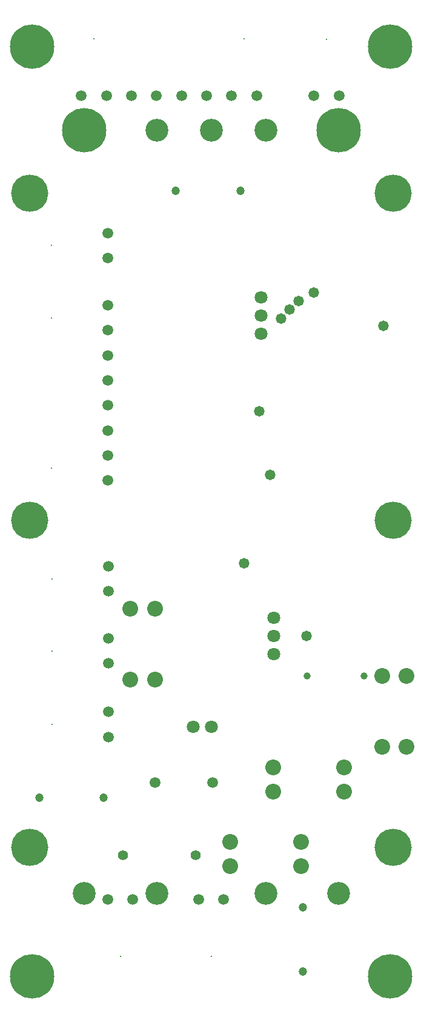
<source format=gbs>
G04*
G04 #@! TF.GenerationSoftware,Altium Limited,Altium Designer,18.1.11 (251)*
G04*
G04 Layer_Color=16711935*
%FSLAX25Y25*%
%MOIN*%
G70*
G01*
G75*
%ADD47C,0.05918*%
%ADD48C,0.00800*%
%ADD49C,0.24422*%
%ADD50C,0.20485*%
%ADD51C,0.12611*%
%ADD52C,0.03950*%
%ADD53C,0.07099*%
%ADD54C,0.08674*%
%ADD55C,0.04737*%
%ADD56C,0.05524*%
%ADD57C,0.05800*%
D47*
X109142Y428890D02*
D03*
Y415110D02*
D03*
X109500Y245390D02*
D03*
Y231610D02*
D03*
X109142Y333949D02*
D03*
Y347728D02*
D03*
Y361508D02*
D03*
Y375287D02*
D03*
Y389067D02*
D03*
Y320169D02*
D03*
Y306390D02*
D03*
Y292610D02*
D03*
X109500Y165279D02*
D03*
Y151500D02*
D03*
X135941Y504500D02*
D03*
X149721D02*
D03*
X163500D02*
D03*
X177279D02*
D03*
X191059D02*
D03*
X122161D02*
D03*
X108382D02*
D03*
X94602D02*
D03*
X109500Y205780D02*
D03*
Y192000D02*
D03*
X236390Y504358D02*
D03*
X222610D02*
D03*
X109110Y61917D02*
D03*
X122890D02*
D03*
X159110D02*
D03*
X172890D02*
D03*
X166748Y126500D02*
D03*
X135252D02*
D03*
D48*
X78000Y422000D02*
D03*
X78358Y238500D02*
D03*
X78000Y382177D02*
D03*
Y299500D02*
D03*
X78358Y158390D02*
D03*
X184169Y535642D02*
D03*
X101492D02*
D03*
X78358Y198890D02*
D03*
X229500Y535500D02*
D03*
X116000Y30776D02*
D03*
X166000D02*
D03*
D49*
X67575Y531496D02*
D03*
Y19685D02*
D03*
X264425Y531496D02*
D03*
Y19685D02*
D03*
X236000Y485394D02*
D03*
X96000D02*
D03*
D50*
X66000Y450630D02*
D03*
Y90630D02*
D03*
X266000Y450630D02*
D03*
Y90630D02*
D03*
X66000Y270630D02*
D03*
X266000D02*
D03*
D51*
X196000Y485394D02*
D03*
X166000D02*
D03*
X236000Y65315D02*
D03*
X196000D02*
D03*
X136000D02*
D03*
X96000D02*
D03*
X136000Y485394D02*
D03*
D52*
X250248Y185000D02*
D03*
X218752D02*
D03*
D53*
X193500Y373500D02*
D03*
Y383500D02*
D03*
Y393500D02*
D03*
X200500Y197000D02*
D03*
Y207000D02*
D03*
Y217000D02*
D03*
X166000Y157000D02*
D03*
X156000D02*
D03*
D54*
X135000Y222055D02*
D03*
X121614D02*
D03*
X135000Y183000D02*
D03*
X121614D02*
D03*
X260000Y146000D02*
D03*
X273386D02*
D03*
X260000Y185055D02*
D03*
X273386D02*
D03*
X239055Y121500D02*
D03*
Y134886D02*
D03*
X200000Y121500D02*
D03*
Y134886D02*
D03*
X176445Y93849D02*
D03*
Y80463D02*
D03*
X215500Y93849D02*
D03*
Y80463D02*
D03*
D55*
X106933Y118000D02*
D03*
X71500D02*
D03*
X146567Y452000D02*
D03*
X182000D02*
D03*
X216500Y22284D02*
D03*
Y57717D02*
D03*
D56*
X157579Y86500D02*
D03*
X117421D02*
D03*
D57*
X184169Y247193D02*
D03*
X218500Y207000D02*
D03*
X222500Y396000D02*
D03*
X260713Y377650D02*
D03*
X209000Y386890D02*
D03*
X214059Y391390D02*
D03*
X204500Y381890D02*
D03*
X192478Y330738D02*
D03*
X198500Y295760D02*
D03*
M02*

</source>
